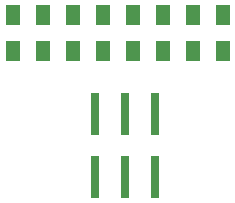
<source format=gbr>
G04 EAGLE Gerber RS-274X export*
G75*
%MOMM*%
%FSLAX34Y34*%
%LPD*%
%INSolderpaste Bottom*%
%IPPOS*%
%AMOC8*
5,1,8,0,0,1.08239X$1,22.5*%
G01*
%ADD10R,1.200000X1.800000*%
%ADD11R,0.787400X3.556000*%


D10*
X82550Y-10410D03*
X82550Y-40390D03*
X-69850Y-10410D03*
X-69850Y-40390D03*
X-95250Y-10410D03*
X-95250Y-40390D03*
X57150Y-10410D03*
X57150Y-40390D03*
X6350Y-10410D03*
X6350Y-40390D03*
X31750Y-10410D03*
X31750Y-40390D03*
X-44450Y-10410D03*
X-44450Y-40390D03*
X-19050Y-10410D03*
X-19050Y-40390D03*
D11*
X25400Y-93980D03*
X25400Y-147320D03*
X0Y-93980D03*
X0Y-147320D03*
X-25400Y-93980D03*
X-25400Y-147320D03*
M02*

</source>
